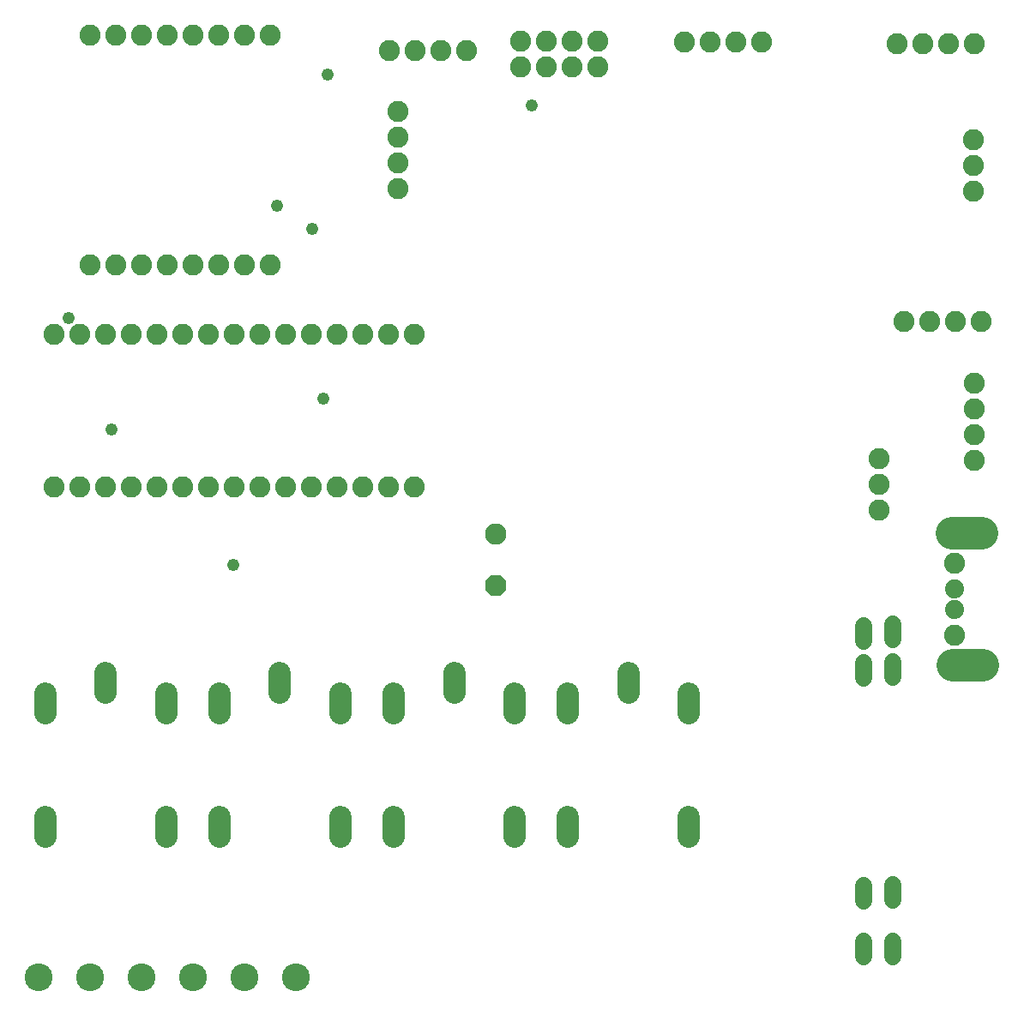
<source format=gts>
G75*
%MOIN*%
%OFA0B0*%
%FSLAX25Y25*%
%IPPOS*%
%LPD*%
%AMOC8*
5,1,8,0,0,1.08239X$1,22.5*
%
%ADD10C,0.08300*%
%ADD11OC8,0.08300*%
%ADD12C,0.08200*%
%ADD13C,0.07400*%
%ADD14C,0.12611*%
%ADD15C,0.08600*%
%ADD16C,0.10800*%
%ADD17C,0.06800*%
%ADD18C,0.04762*%
%ADD19C,0.04800*%
D10*
X0193992Y0189163D03*
D11*
X0193992Y0169163D03*
D12*
X0162260Y0207510D03*
X0152260Y0207510D03*
X0142260Y0207510D03*
X0132260Y0207510D03*
X0122260Y0207510D03*
X0112260Y0207510D03*
X0102260Y0207510D03*
X0092260Y0207510D03*
X0082260Y0207510D03*
X0072260Y0207510D03*
X0062260Y0207510D03*
X0052260Y0207510D03*
X0042260Y0207510D03*
X0032260Y0207510D03*
X0022260Y0207510D03*
X0022260Y0266683D03*
X0032260Y0266683D03*
X0042260Y0266683D03*
X0052260Y0266683D03*
X0062260Y0266683D03*
X0072260Y0266683D03*
X0082260Y0266683D03*
X0092260Y0266683D03*
X0102260Y0266683D03*
X0112260Y0266683D03*
X0122260Y0266683D03*
X0132260Y0266683D03*
X0142260Y0266683D03*
X0152260Y0266683D03*
X0162260Y0266683D03*
X0106394Y0293848D03*
X0096394Y0293848D03*
X0086394Y0293848D03*
X0076394Y0293848D03*
X0066394Y0293848D03*
X0056394Y0293848D03*
X0046394Y0293848D03*
X0036394Y0293848D03*
X0036394Y0383219D03*
X0046394Y0383219D03*
X0056394Y0383219D03*
X0066394Y0383219D03*
X0076394Y0383219D03*
X0086394Y0383219D03*
X0096394Y0383219D03*
X0106394Y0383219D03*
X0152654Y0377234D03*
X0162654Y0377234D03*
X0172654Y0377234D03*
X0182654Y0377234D03*
X0203717Y0380620D03*
X0213717Y0380620D03*
X0223717Y0380620D03*
X0233717Y0380620D03*
X0233717Y0370620D03*
X0223717Y0370620D03*
X0213717Y0370620D03*
X0203717Y0370620D03*
X0156000Y0353337D03*
X0156000Y0343337D03*
X0156000Y0333337D03*
X0156000Y0323337D03*
X0267299Y0380463D03*
X0277299Y0380463D03*
X0287299Y0380463D03*
X0297299Y0380463D03*
X0349898Y0379596D03*
X0359898Y0379596D03*
X0369898Y0379596D03*
X0379898Y0379596D03*
X0379622Y0342549D03*
X0379622Y0332549D03*
X0379622Y0322549D03*
X0382654Y0271841D03*
X0372654Y0271841D03*
X0362654Y0271841D03*
X0352654Y0271841D03*
X0379858Y0247589D03*
X0379858Y0237589D03*
X0379858Y0227589D03*
X0379858Y0217589D03*
X0343008Y0218297D03*
X0343008Y0208297D03*
X0343008Y0198297D03*
X0372142Y0177746D03*
X0372142Y0149715D03*
D13*
X0372142Y0159715D03*
X0372142Y0167746D03*
D14*
X0371197Y0189478D02*
X0383008Y0189478D01*
X0383402Y0138022D02*
X0371591Y0138022D01*
D15*
X0268988Y0127130D02*
X0268988Y0119330D01*
X0245488Y0127330D02*
X0245488Y0135130D01*
X0221988Y0127130D02*
X0221988Y0119330D01*
X0201272Y0119330D02*
X0201272Y0127130D01*
X0177772Y0127330D02*
X0177772Y0135130D01*
X0154272Y0127130D02*
X0154272Y0119330D01*
X0133555Y0119330D02*
X0133555Y0127130D01*
X0110055Y0127330D02*
X0110055Y0135130D01*
X0086555Y0127130D02*
X0086555Y0119330D01*
X0065839Y0119330D02*
X0065839Y0127130D01*
X0042339Y0127330D02*
X0042339Y0135130D01*
X0018839Y0127130D02*
X0018839Y0119330D01*
X0018839Y0079130D02*
X0018839Y0071330D01*
X0065839Y0071330D02*
X0065839Y0079130D01*
X0086555Y0079130D02*
X0086555Y0071330D01*
X0133555Y0071330D02*
X0133555Y0079130D01*
X0154272Y0079130D02*
X0154272Y0071330D01*
X0201272Y0071330D02*
X0201272Y0079130D01*
X0221988Y0079130D02*
X0221988Y0071330D01*
X0268988Y0071330D02*
X0268988Y0079130D01*
D16*
X0016118Y0016880D03*
X0036118Y0016880D03*
X0056118Y0016880D03*
X0076118Y0016880D03*
X0096118Y0016880D03*
X0116118Y0016880D03*
D17*
X0336827Y0024785D02*
X0336827Y0030785D01*
X0348244Y0030864D02*
X0348244Y0024864D01*
X0348244Y0046596D02*
X0348244Y0052596D01*
X0336827Y0052518D02*
X0336827Y0046518D01*
X0336748Y0133211D02*
X0336748Y0139211D01*
X0336748Y0147463D02*
X0336748Y0153463D01*
X0348165Y0153935D02*
X0348165Y0147935D01*
X0348165Y0139289D02*
X0348165Y0133289D01*
D18*
X0091945Y0177195D03*
X0036433Y0293888D03*
D19*
X0028000Y0273104D03*
X0044500Y0229604D03*
X0127000Y0241604D03*
X0122500Y0307604D03*
X0109000Y0316604D03*
X0128500Y0367604D03*
X0208000Y0355604D03*
M02*

</source>
